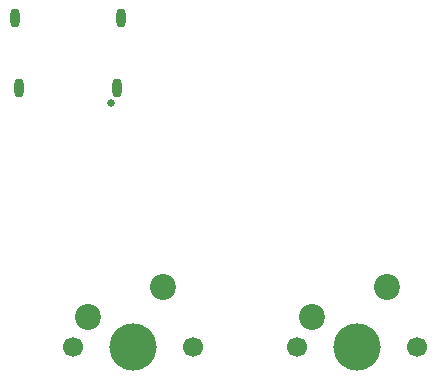
<source format=gbr>
%TF.GenerationSoftware,KiCad,Pcbnew,(5.1.10)-1*%
%TF.CreationDate,2021-07-17T22:11:59-07:00*%
%TF.ProjectId,twokey,74776f6b-6579-42e6-9b69-6361645f7063,rev?*%
%TF.SameCoordinates,Original*%
%TF.FileFunction,Soldermask,Bot*%
%TF.FilePolarity,Negative*%
%FSLAX46Y46*%
G04 Gerber Fmt 4.6, Leading zero omitted, Abs format (unit mm)*
G04 Created by KiCad (PCBNEW (5.1.10)-1) date 2021-07-17 22:11:59*
%MOMM*%
%LPD*%
G01*
G04 APERTURE LIST*
%ADD10C,2.200000*%
%ADD11C,4.000000*%
%ADD12C,1.700000*%
%ADD13C,0.650000*%
%ADD14O,0.800000X1.600000*%
G04 APERTURE END LIST*
D10*
%TO.C,SW1*%
X134500000Y-112000000D03*
X128150000Y-114540000D03*
D11*
X131960000Y-117080000D03*
D12*
X126880000Y-117080000D03*
X137040000Y-117080000D03*
%TD*%
D13*
%TO.C,J1*%
X130092000Y-96393000D03*
D14*
X130622000Y-95143000D03*
X122362000Y-95143000D03*
X122002000Y-89193000D03*
X130982000Y-89193000D03*
%TD*%
D12*
%TO.C,SW2*%
X156040000Y-117080000D03*
X145880000Y-117080000D03*
D11*
X150960000Y-117080000D03*
D10*
X147150000Y-114540000D03*
X153500000Y-112000000D03*
%TD*%
M02*

</source>
